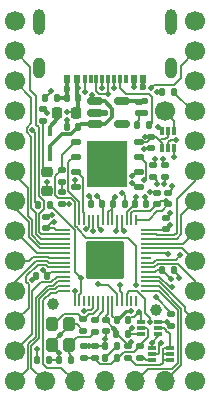
<source format=gbr>
%TF.GenerationSoftware,KiCad,Pcbnew,6.0.3-a3aad9c10e~116~ubuntu20.04.1*%
%TF.CreationDate,2022-03-24T21:59:22+11:00*%
%TF.ProjectId,sea-picro,7365612d-7069-4637-926f-2e6b69636164,0.2*%
%TF.SameCoordinates,Original*%
%TF.FileFunction,Copper,L1,Top*%
%TF.FilePolarity,Positive*%
%FSLAX46Y46*%
G04 Gerber Fmt 4.6, Leading zero omitted, Abs format (unit mm)*
G04 Created by KiCad (PCBNEW 6.0.3-a3aad9c10e~116~ubuntu20.04.1) date 2022-03-24 21:59:22*
%MOMM*%
%LPD*%
G01*
G04 APERTURE LIST*
G04 Aperture macros list*
%AMRoundRect*
0 Rectangle with rounded corners*
0 $1 Rounding radius*
0 $2 $3 $4 $5 $6 $7 $8 $9 X,Y pos of 4 corners*
0 Add a 4 corners polygon primitive as box body*
4,1,4,$2,$3,$4,$5,$6,$7,$8,$9,$2,$3,0*
0 Add four circle primitives for the rounded corners*
1,1,$1+$1,$2,$3*
1,1,$1+$1,$4,$5*
1,1,$1+$1,$6,$7*
1,1,$1+$1,$8,$9*
0 Add four rect primitives between the rounded corners*
20,1,$1+$1,$2,$3,$4,$5,0*
20,1,$1+$1,$4,$5,$6,$7,0*
20,1,$1+$1,$6,$7,$8,$9,0*
20,1,$1+$1,$8,$9,$2,$3,0*%
G04 Aperture macros list end*
%TA.AperFunction,ComponentPad*%
%ADD10C,1.700000*%
%TD*%
%TA.AperFunction,SMDPad,CuDef*%
%ADD11RoundRect,0.140000X0.170000X-0.140000X0.170000X0.140000X-0.170000X0.140000X-0.170000X-0.140000X0*%
%TD*%
%TA.AperFunction,SMDPad,CuDef*%
%ADD12RoundRect,0.135000X0.185000X-0.135000X0.185000X0.135000X-0.185000X0.135000X-0.185000X-0.135000X0*%
%TD*%
%TA.AperFunction,SMDPad,CuDef*%
%ADD13R,0.340000X0.700000*%
%TD*%
%TA.AperFunction,SMDPad,CuDef*%
%ADD14RoundRect,0.140000X-0.170000X0.140000X-0.170000X-0.140000X0.170000X-0.140000X0.170000X0.140000X0*%
%TD*%
%TA.AperFunction,SMDPad,CuDef*%
%ADD15RoundRect,0.140000X0.140000X0.170000X-0.140000X0.170000X-0.140000X-0.170000X0.140000X-0.170000X0*%
%TD*%
%TA.AperFunction,SMDPad,CuDef*%
%ADD16RoundRect,0.150000X-0.512500X-0.150000X0.512500X-0.150000X0.512500X0.150000X-0.512500X0.150000X0*%
%TD*%
%TA.AperFunction,SMDPad,CuDef*%
%ADD17RoundRect,0.135000X-0.135000X-0.185000X0.135000X-0.185000X0.135000X0.185000X-0.135000X0.185000X0*%
%TD*%
%TA.AperFunction,SMDPad,CuDef*%
%ADD18RoundRect,0.125000X-0.262500X-0.125000X0.262500X-0.125000X0.262500X0.125000X-0.262500X0.125000X0*%
%TD*%
%TA.AperFunction,SMDPad,CuDef*%
%ADD19R,3.400000X4.000000*%
%TD*%
%TA.AperFunction,SMDPad,CuDef*%
%ADD20RoundRect,0.135000X-0.185000X0.135000X-0.185000X-0.135000X0.185000X-0.135000X0.185000X0.135000X0*%
%TD*%
%TA.AperFunction,SMDPad,CuDef*%
%ADD21R,0.540000X0.800000*%
%TD*%
%TA.AperFunction,SMDPad,CuDef*%
%ADD22R,0.300000X0.800000*%
%TD*%
%TA.AperFunction,ComponentPad*%
%ADD23O,1.000000X2.200000*%
%TD*%
%TA.AperFunction,ComponentPad*%
%ADD24O,1.000000X1.800000*%
%TD*%
%TA.AperFunction,ComponentPad*%
%ADD25O,1.700000X1.700000*%
%TD*%
%TA.AperFunction,SMDPad,CuDef*%
%ADD26RoundRect,0.140000X-0.140000X-0.170000X0.140000X-0.170000X0.140000X0.170000X-0.140000X0.170000X0*%
%TD*%
%TA.AperFunction,SMDPad,CuDef*%
%ADD27RoundRect,0.218750X-0.218750X-0.256250X0.218750X-0.256250X0.218750X0.256250X-0.218750X0.256250X0*%
%TD*%
%TA.AperFunction,SMDPad,CuDef*%
%ADD28RoundRect,0.135000X0.135000X0.185000X-0.135000X0.185000X-0.135000X-0.185000X0.135000X-0.185000X0*%
%TD*%
%TA.AperFunction,SMDPad,CuDef*%
%ADD29R,0.700000X0.340000*%
%TD*%
%TA.AperFunction,SMDPad,CuDef*%
%ADD30RoundRect,0.050000X-0.387500X-0.050000X0.387500X-0.050000X0.387500X0.050000X-0.387500X0.050000X0*%
%TD*%
%TA.AperFunction,SMDPad,CuDef*%
%ADD31RoundRect,0.050000X-0.050000X-0.387500X0.050000X-0.387500X0.050000X0.387500X-0.050000X0.387500X0*%
%TD*%
%TA.AperFunction,ComponentPad*%
%ADD32C,0.600000*%
%TD*%
%TA.AperFunction,SMDPad,CuDef*%
%ADD33RoundRect,0.144000X-1.456000X-1.456000X1.456000X-1.456000X1.456000X1.456000X-1.456000X1.456000X0*%
%TD*%
%TA.AperFunction,SMDPad,CuDef*%
%ADD34RoundRect,0.250000X0.250000X-0.325000X0.250000X0.325000X-0.250000X0.325000X-0.250000X-0.325000X0*%
%TD*%
%TA.AperFunction,SMDPad,CuDef*%
%ADD35RoundRect,0.218750X0.256250X-0.218750X0.256250X0.218750X-0.256250X0.218750X-0.256250X-0.218750X0*%
%TD*%
%TA.AperFunction,SMDPad,CuDef*%
%ADD36R,0.450000X0.600000*%
%TD*%
%TA.AperFunction,ComponentPad*%
%ADD37C,1.000000*%
%TD*%
%TA.AperFunction,ViaPad*%
%ADD38C,0.500000*%
%TD*%
%TA.AperFunction,ViaPad*%
%ADD39C,0.600000*%
%TD*%
%TA.AperFunction,Conductor*%
%ADD40C,0.200000*%
%TD*%
%TA.AperFunction,Conductor*%
%ADD41C,0.300000*%
%TD*%
%TA.AperFunction,Conductor*%
%ADD42C,0.150000*%
%TD*%
%TA.AperFunction,Conductor*%
%ADD43C,0.250000*%
%TD*%
G04 APERTURE END LIST*
D10*
%TO.P,J3,1,Pin_1*%
%TO.N,+5V*%
X133800000Y-78580000D03*
%TO.P,J3,2,Pin_2*%
%TO.N,GND*%
X133800000Y-81120000D03*
%TO.P,J3,3,Pin_3*%
%TO.N,/SWITCH*%
X133800000Y-83660000D03*
%TO.P,J3,4,Pin_4*%
%TO.N,+3V3*%
X133800000Y-86200000D03*
%TO.P,J3,5,Pin_5*%
%TO.N,/A3*%
X133800000Y-88740000D03*
%TO.P,J3,6,Pin_6*%
%TO.N,/A2*%
X133800000Y-91280000D03*
%TO.P,J3,7,Pin_7*%
%TO.N,/A1*%
X133800000Y-93820000D03*
%TO.P,J3,8,Pin_8*%
%TO.N,/A0*%
X133800000Y-96360000D03*
%TO.P,J3,9,Pin_9*%
%TO.N,/22_SCK*%
X133800000Y-98900000D03*
%TO.P,J3,10,Pin_10*%
%TO.N,/20_MISO*%
X133800000Y-101440000D03*
%TO.P,J3,11,Pin_11*%
%TO.N,/23_MOSI*%
X133800000Y-103980000D03*
%TO.P,J3,12,Pin_12*%
%TO.N,/21_nCS*%
X133800000Y-106520000D03*
%TD*%
%TO.P,J2,1,Pin_1*%
%TO.N,/9*%
X118560000Y-106520000D03*
%TO.P,J2,2,Pin_2*%
%TO.N,/8*%
X118560000Y-103980000D03*
%TO.P,J2,3,Pin_3*%
%TO.N,/7*%
X118560000Y-101440000D03*
%TO.P,J2,4,Pin_4*%
%TO.N,/6*%
X118560000Y-98900000D03*
%TO.P,J2,5,Pin_5*%
%TO.N,/5*%
X118560000Y-96360000D03*
%TO.P,J2,6,Pin_6*%
%TO.N,/4*%
X118560000Y-93820000D03*
%TO.P,J2,7,Pin_7*%
%TO.N,/3_SCL1*%
X118560000Y-91280000D03*
%TO.P,J2,8,Pin_8*%
%TO.N,/2_SDA1*%
X118560000Y-88740000D03*
%TO.P,J2,9,Pin_9*%
%TO.N,GND*%
X118560000Y-86200000D03*
%TO.P,J2,10,Pin_10*%
X118560000Y-83660000D03*
%TO.P,J2,11,Pin_11*%
%TO.N,/1_RX0*%
X118560000Y-81120000D03*
%TO.P,J2,12,Pin_12*%
%TO.N,/0_TX0*%
X118560000Y-78580000D03*
%TD*%
D11*
%TO.P,C19,1*%
%TO.N,Net-(C19-Pad1)*%
X124400000Y-104500000D03*
%TO.P,C19,2*%
%TO.N,GND*%
X124400000Y-103540000D03*
%TD*%
D12*
%TO.P,R6,1*%
%TO.N,+3V3*%
X122500000Y-91510000D03*
%TO.P,R6,2*%
%TO.N,Net-(R10-Pad1)*%
X122500000Y-90490000D03*
%TD*%
D13*
%TO.P,U4,1,VCCA*%
%TO.N,+3V3*%
X131000000Y-86800000D03*
%TO.P,U4,2,GND*%
%TO.N,GND*%
X131500000Y-86800000D03*
%TO.P,U4,3,A*%
%TO.N,/LED_DO*%
X132000000Y-86800000D03*
%TO.P,U4,4,B*%
%TO.N,Net-(J7-Pad1)*%
X132000000Y-85300000D03*
%TO.P,U4,5,DIR*%
%TO.N,+3V3*%
X131500000Y-85300000D03*
%TO.P,U4,6,VCCB*%
%TO.N,+5V*%
X131000000Y-85300000D03*
%TD*%
D11*
%TO.P,C10,1*%
%TO.N,+3V3*%
X131550000Y-91490000D03*
%TO.P,C10,2*%
%TO.N,GND*%
X131550000Y-90530000D03*
%TD*%
D14*
%TO.P,C8,1*%
%TO.N,+3V3*%
X126250000Y-101320000D03*
%TO.P,C8,2*%
%TO.N,GND*%
X126250000Y-102280000D03*
%TD*%
D15*
%TO.P,C11,1*%
%TO.N,+3V3*%
X121280000Y-97600000D03*
%TO.P,C11,2*%
%TO.N,GND*%
X120320000Y-97600000D03*
%TD*%
D16*
%TO.P,U1,1,VIN*%
%TO.N,+5V*%
X125312500Y-82810000D03*
%TO.P,U1,2,GND*%
%TO.N,GND*%
X125312500Y-83760000D03*
%TO.P,U1,3,EN*%
%TO.N,+5V*%
X125312500Y-84710000D03*
%TO.P,U1,4,NC*%
%TO.N,unconnected-(U1-Pad4)*%
X127587500Y-84710000D03*
%TO.P,U1,5,VOUT*%
%TO.N,+3V3*%
X127587500Y-82810000D03*
%TD*%
D17*
%TO.P,R16,1*%
%TO.N,VBUS*%
X120490000Y-91600000D03*
%TO.P,R16,2*%
%TO.N,/VBUS_DETECT*%
X121510000Y-91600000D03*
%TD*%
D12*
%TO.P,R10,1*%
%TO.N,Net-(R10-Pad1)*%
X122500000Y-89610000D03*
%TO.P,R10,2*%
%TO.N,/FLASH_nCS*%
X122500000Y-88590000D03*
%TD*%
D18*
%TO.P,U2,1,~{CS}*%
%TO.N,/FLASH_nCS*%
X123687500Y-86245000D03*
%TO.P,U2,2,DO(IO1)*%
%TO.N,/FLASH_SD1*%
X123687500Y-87515000D03*
%TO.P,U2,3,IO2*%
%TO.N,/FLASH_SD2*%
X123687500Y-88785000D03*
%TO.P,U2,4,GND*%
%TO.N,GND*%
X123687500Y-90055000D03*
%TO.P,U2,5,DI(IO0)*%
%TO.N,/FLASH_SD0*%
X129012500Y-90055000D03*
%TO.P,U2,6,CLK*%
%TO.N,/FLASH_SCK*%
X129012500Y-88785000D03*
%TO.P,U2,7,IO3*%
%TO.N,/FLASH_SD3*%
X129012500Y-87515000D03*
%TO.P,U2,8,VCC*%
%TO.N,+3V3*%
X129012500Y-86245000D03*
D19*
%TO.P,U2,9,GND*%
%TO.N,GND*%
X126350000Y-88150000D03*
%TD*%
D12*
%TO.P,R9,1*%
%TO.N,Net-(C7-Pad2)*%
X125300000Y-102310000D03*
%TO.P,R9,2*%
%TO.N,Net-(R9-Pad2)*%
X125300000Y-101290000D03*
%TD*%
D20*
%TO.P,R7,1*%
%TO.N,/USB+*%
X130250000Y-88202973D03*
%TO.P,R7,2*%
%TO.N,/D+*%
X130250000Y-89222973D03*
%TD*%
D14*
%TO.P,C2,1*%
%TO.N,+3V3*%
X129050000Y-82830000D03*
%TO.P,C2,2*%
%TO.N,GND*%
X129050000Y-83790000D03*
%TD*%
D21*
%TO.P,J1,A1,GND*%
%TO.N,GND*%
X123000000Y-80900000D03*
X129400000Y-80900000D03*
%TO.P,J1,A4,VBUS*%
%TO.N,VBUS*%
X128600000Y-80900000D03*
X123800000Y-80900000D03*
D22*
%TO.P,J1,A5,CC1*%
%TO.N,Net-(J1-PadA5)*%
X127450000Y-80900000D03*
%TO.P,J1,A6,D+*%
%TO.N,/USB+*%
X126450000Y-80900000D03*
%TO.P,J1,A7,D-*%
%TO.N,/USB-*%
X125950000Y-80900000D03*
%TO.P,J1,A8*%
%TO.N,N/C*%
X124950000Y-80900000D03*
%TO.P,J1,B5,CC2*%
%TO.N,Net-(J1-PadB5)*%
X124450000Y-80900000D03*
%TO.P,J1,B6,D+*%
%TO.N,/USB+*%
X125450000Y-80900000D03*
%TO.P,J1,B7,D-*%
%TO.N,/USB-*%
X126950000Y-80900000D03*
%TO.P,J1,B8*%
%TO.N,N/C*%
X127958000Y-80900000D03*
D23*
%TO.P,J1,S1,SHIELD*%
%TO.N,GND*%
X120624700Y-76100000D03*
%TO.P,J1,S2,SHIELD*%
X131775300Y-76100000D03*
D24*
%TO.P,J1,S3,SHIELD*%
X120624700Y-80000000D03*
%TO.P,J1,S4,SHIELD*%
X131775300Y-80000000D03*
%TD*%
D10*
%TO.P,J6,1,Pin_1*%
%TO.N,/10*%
X121100000Y-106520000D03*
D25*
%TO.P,J6,2,Pin_2*%
%TO.N,/11*%
X123640000Y-106520000D03*
%TO.P,J6,3,Pin_3*%
%TO.N,/15*%
X126180000Y-106520000D03*
%TO.P,J6,4,Pin_4*%
%TO.N,/18*%
X128720000Y-106520000D03*
%TO.P,J6,5,Pin_5*%
%TO.N,/19*%
X131260000Y-106520000D03*
%TD*%
D17*
%TO.P,R4,1*%
%TO.N,+3V3*%
X131040000Y-82050000D03*
%TO.P,R4,2*%
%TO.N,/SWITCH*%
X132060000Y-82050000D03*
%TD*%
D11*
%TO.P,C15,1*%
%TO.N,+3V3*%
X121200000Y-93530000D03*
%TO.P,C15,2*%
%TO.N,GND*%
X121200000Y-92570000D03*
%TD*%
D26*
%TO.P,C7,1*%
%TO.N,GND*%
X122320000Y-104750000D03*
%TO.P,C7,2*%
%TO.N,Net-(C7-Pad2)*%
X123280000Y-104750000D03*
%TD*%
D20*
%TO.P,R15,1*%
%TO.N,/FLASH_nCS*%
X131800000Y-100790000D03*
%TO.P,R15,2*%
%TO.N,/BOOT*%
X131800000Y-101810000D03*
%TD*%
D15*
%TO.P,C12,1*%
%TO.N,GND*%
X127830000Y-91460000D03*
%TO.P,C12,2*%
%TO.N,+3V3*%
X126870000Y-91460000D03*
%TD*%
D11*
%TO.P,C5,1*%
%TO.N,Net-(C19-Pad1)*%
X125300000Y-104500000D03*
%TO.P,C5,2*%
%TO.N,GND*%
X125300000Y-103540000D03*
%TD*%
D15*
%TO.P,C1,1*%
%TO.N,+5V*%
X123930000Y-84960000D03*
%TO.P,C1,2*%
%TO.N,GND*%
X122970000Y-84960000D03*
%TD*%
D10*
%TO.P,J4,1,Pin_1*%
%TO.N,/USB+*%
X118560000Y-76040000D03*
%TD*%
D17*
%TO.P,R12,1*%
%TO.N,+3V3*%
X127140000Y-102500000D03*
%TO.P,R12,2*%
%TO.N,/nRST*%
X128160000Y-102500000D03*
%TD*%
D20*
%TO.P,R5,1*%
%TO.N,+3V3*%
X128150000Y-103540000D03*
%TO.P,R5,2*%
%TO.N,Net-(Q1-Pad4)*%
X128150000Y-104560000D03*
%TD*%
D10*
%TO.P,J7,1,Pin_1*%
%TO.N,Net-(J7-Pad1)*%
X131260000Y-83660000D03*
%TD*%
D17*
%TO.P,R17,1*%
%TO.N,/VBUS_DETECT*%
X120440000Y-104750000D03*
%TO.P,R17,2*%
%TO.N,GND*%
X121460000Y-104750000D03*
%TD*%
%TO.P,R1,1*%
%TO.N,GND*%
X128890000Y-84850000D03*
%TO.P,R1,2*%
%TO.N,Net-(J1-PadA5)*%
X129910000Y-84850000D03*
%TD*%
D27*
%TO.P,F1,1*%
%TO.N,Net-(D1-Pad2)*%
X122112500Y-83760000D03*
%TO.P,F1,2*%
%TO.N,VBUS*%
X123687500Y-83760000D03*
%TD*%
D28*
%TO.P,R11,1*%
%TO.N,Net-(R11-Pad1)*%
X127210000Y-103500000D03*
%TO.P,R11,2*%
%TO.N,GND*%
X126190000Y-103500000D03*
%TD*%
D29*
%TO.P,Q1,1,S*%
%TO.N,GND*%
X130150000Y-103700000D03*
%TO.P,Q1,2,G*%
%TO.N,/SWITCH*%
X130150000Y-104200000D03*
%TO.P,Q1,3,D*%
%TO.N,Net-(Q1-Pad3)*%
X130150000Y-104700000D03*
%TO.P,Q1,4,S*%
%TO.N,Net-(Q1-Pad4)*%
X131650000Y-104700000D03*
%TO.P,Q1,5,G*%
X131650000Y-104200000D03*
%TO.P,Q1,6,D*%
X131650000Y-103700000D03*
%TD*%
D28*
%TO.P,R14,1*%
%TO.N,Net-(C19-Pad1)*%
X127210000Y-104500000D03*
%TO.P,R14,2*%
%TO.N,Net-(R11-Pad1)*%
X126190000Y-104500000D03*
%TD*%
D11*
%TO.P,C6,1*%
%TO.N,GND*%
X124350000Y-102230000D03*
%TO.P,C6,2*%
%TO.N,Net-(C6-Pad2)*%
X124350000Y-101270000D03*
%TD*%
D30*
%TO.P,U3,1,IOVDD*%
%TO.N,+3V3*%
X122762500Y-93660000D03*
%TO.P,U3,2,GPIO0*%
%TO.N,/0_TX0*%
X122762500Y-94060000D03*
%TO.P,U3,3,GPIO1*%
%TO.N,/1_RX0*%
X122762500Y-94460000D03*
%TO.P,U3,4,GPIO2*%
%TO.N,/2_SDA1*%
X122762500Y-94860000D03*
%TO.P,U3,5,GPIO3*%
%TO.N,/3_SCL1*%
X122762500Y-95260000D03*
%TO.P,U3,6,GPIO4*%
%TO.N,/4*%
X122762500Y-95660000D03*
%TO.P,U3,7,GPIO5*%
%TO.N,/5*%
X122762500Y-96060000D03*
%TO.P,U3,8,GPIO6*%
%TO.N,/6*%
X122762500Y-96460000D03*
%TO.P,U3,9,GPIO7*%
%TO.N,/7*%
X122762500Y-96860000D03*
%TO.P,U3,10,IOVDD*%
%TO.N,+3V3*%
X122762500Y-97260000D03*
%TO.P,U3,11,GPIO8*%
%TO.N,/8*%
X122762500Y-97660000D03*
%TO.P,U3,12,GPIO9*%
%TO.N,/9*%
X122762500Y-98060000D03*
%TO.P,U3,13,GPIO10*%
%TO.N,/10*%
X122762500Y-98460000D03*
%TO.P,U3,14,GPIO11*%
%TO.N,/11*%
X122762500Y-98860000D03*
D31*
%TO.P,U3,15,GPIO12*%
%TO.N,/15*%
X123600000Y-99697500D03*
%TO.P,U3,16,GPIO13*%
%TO.N,/VBUS_DETECT*%
X124000000Y-99697500D03*
%TO.P,U3,17,GPIO14*%
%TO.N,unconnected-(U3-Pad17)*%
X124400000Y-99697500D03*
%TO.P,U3,18,GPIO15*%
%TO.N,unconnected-(U3-Pad18)*%
X124800000Y-99697500D03*
%TO.P,U3,19,TESTEN*%
%TO.N,GND*%
X125200000Y-99697500D03*
%TO.P,U3,20,XTAL_IN*%
%TO.N,Net-(C6-Pad2)*%
X125600000Y-99697500D03*
%TO.P,U3,21,XTAL_OUT*%
%TO.N,Net-(R9-Pad2)*%
X126000000Y-99697500D03*
%TO.P,U3,22,IOVDD*%
%TO.N,+3V3*%
X126400000Y-99697500D03*
%TO.P,U3,23,DVDD*%
%TO.N,+1V1*%
X126800000Y-99697500D03*
%TO.P,U3,24,SWCLK*%
%TO.N,/SWDCLK*%
X127200000Y-99697500D03*
%TO.P,U3,25,SWDIO*%
%TO.N,/SWDIO*%
X127600000Y-99697500D03*
%TO.P,U3,26,~{RUN}*%
%TO.N,/nRST*%
X128000000Y-99697500D03*
%TO.P,U3,27,GPIO16*%
%TO.N,unconnected-(U3-Pad27)*%
X128400000Y-99697500D03*
%TO.P,U3,28,GPIO17*%
%TO.N,unconnected-(U3-Pad28)*%
X128800000Y-99697500D03*
D30*
%TO.P,U3,29,GPIO18*%
%TO.N,/18*%
X129637500Y-98860000D03*
%TO.P,U3,30,GPIO19*%
%TO.N,/19*%
X129637500Y-98460000D03*
%TO.P,U3,31,GPIO20*%
%TO.N,/20_MISO*%
X129637500Y-98060000D03*
%TO.P,U3,32,GPIO21*%
%TO.N,/21_nCS*%
X129637500Y-97660000D03*
%TO.P,U3,33,IOVDD*%
%TO.N,+3V3*%
X129637500Y-97260000D03*
%TO.P,U3,34,GPIO22*%
%TO.N,/22_SCK*%
X129637500Y-96860000D03*
%TO.P,U3,35,GPIO23*%
%TO.N,/23_MOSI*%
X129637500Y-96460000D03*
%TO.P,U3,36,GPIO24*%
%TO.N,unconnected-(U3-Pad36)*%
X129637500Y-96060000D03*
%TO.P,U3,37,GPIO25*%
%TO.N,/LED_DO*%
X129637500Y-95660000D03*
%TO.P,U3,38,GPIO26/ADC0*%
%TO.N,/A0*%
X129637500Y-95260000D03*
%TO.P,U3,39,GPIO27/ADC1*%
%TO.N,/A1*%
X129637500Y-94860000D03*
%TO.P,U3,40,GPIO28/ADC2*%
%TO.N,/A2*%
X129637500Y-94460000D03*
%TO.P,U3,41,GPIO29/ADC3*%
%TO.N,/A3*%
X129637500Y-94060000D03*
%TO.P,U3,42,IOVDD*%
%TO.N,+3V3*%
X129637500Y-93660000D03*
D31*
%TO.P,U3,43,ADC_AVDD*%
X128800000Y-92822500D03*
%TO.P,U3,44,VREG_VIN*%
X128400000Y-92822500D03*
%TO.P,U3,45,VREG_VOUT*%
%TO.N,+1V1*%
X128000000Y-92822500D03*
%TO.P,U3,46,D-*%
%TO.N,/D-*%
X127600000Y-92822500D03*
%TO.P,U3,47,D+*%
%TO.N,/D+*%
X127200000Y-92822500D03*
%TO.P,U3,48,USB_VDD*%
%TO.N,+3V3*%
X126800000Y-92822500D03*
%TO.P,U3,49,IOVDD*%
X126400000Y-92822500D03*
%TO.P,U3,50,DVDD*%
%TO.N,+1V1*%
X126000000Y-92822500D03*
%TO.P,U3,51,QSPI_SD3*%
%TO.N,/FLASH_SD3*%
X125600000Y-92822500D03*
%TO.P,U3,52,QSPI_SCLK*%
%TO.N,/FLASH_SCK*%
X125200000Y-92822500D03*
%TO.P,U3,53,QSPI_SD0*%
%TO.N,/FLASH_SD0*%
X124800000Y-92822500D03*
%TO.P,U3,54,QSPI_SD2*%
%TO.N,/FLASH_SD2*%
X124400000Y-92822500D03*
%TO.P,U3,55,QSPI_SD1*%
%TO.N,/FLASH_SD1*%
X124000000Y-92822500D03*
%TO.P,U3,56,QSPI_SS_N*%
%TO.N,/FLASH_nCS*%
X123600000Y-92822500D03*
D32*
%TO.P,U3,57,GND*%
%TO.N,GND*%
X127475000Y-97535000D03*
X126200000Y-97535000D03*
X126200000Y-96260000D03*
X124925000Y-94985000D03*
X124925000Y-97535000D03*
X127475000Y-94985000D03*
X127475000Y-96260000D03*
X126200000Y-94985000D03*
X124925000Y-96260000D03*
D33*
X126200000Y-96260000D03*
%TD*%
D12*
%TO.P,R13,1*%
%TO.N,Net-(Q1-Pad3)*%
X129100000Y-104560000D03*
%TO.P,R13,2*%
%TO.N,Net-(C19-Pad1)*%
X129100000Y-103540000D03*
%TD*%
D20*
%TO.P,R3,1*%
%TO.N,+3V3*%
X120900000Y-83440000D03*
%TO.P,R3,2*%
%TO.N,Net-(D2-Pad2)*%
X120900000Y-84460000D03*
%TD*%
D10*
%TO.P,J5,1,Pin_1*%
%TO.N,/USB-*%
X133800000Y-76040000D03*
%TD*%
D14*
%TO.P,C4,1*%
%TO.N,+3V3*%
X130100000Y-85820000D03*
%TO.P,C4,2*%
%TO.N,GND*%
X130100000Y-86780000D03*
%TD*%
D26*
%TO.P,C9,1*%
%TO.N,+1V1*%
X128720000Y-91460000D03*
%TO.P,C9,2*%
%TO.N,GND*%
X129680000Y-91460000D03*
%TD*%
%TO.P,C17,1*%
%TO.N,+1V1*%
X127170000Y-101350000D03*
%TO.P,C17,2*%
%TO.N,GND*%
X128130000Y-101350000D03*
%TD*%
%TO.P,C14,1*%
%TO.N,+3V3*%
X131020000Y-97100000D03*
%TO.P,C14,2*%
%TO.N,GND*%
X131980000Y-97100000D03*
%TD*%
D34*
%TO.P,Y1,1,1*%
%TO.N,Net-(C7-Pad2)*%
X123100000Y-103425000D03*
%TO.P,Y1,2,2*%
%TO.N,GND*%
X123100000Y-101675000D03*
%TO.P,Y1,3,3*%
%TO.N,Net-(C6-Pad2)*%
X121700000Y-101675000D03*
%TO.P,Y1,4,4*%
%TO.N,GND*%
X121700000Y-103425000D03*
%TD*%
D35*
%TO.P,D2,1,K*%
%TO.N,GND*%
X121250000Y-90387500D03*
%TO.P,D2,2,A*%
%TO.N,Net-(D2-Pad2)*%
X121250000Y-88812500D03*
%TD*%
D28*
%TO.P,R2,1*%
%TO.N,GND*%
X122110000Y-82560000D03*
%TO.P,R2,2*%
%TO.N,Net-(J1-PadB5)*%
X121090000Y-82560000D03*
%TD*%
D15*
%TO.P,C18,1*%
%TO.N,+1V1*%
X125930000Y-91460000D03*
%TO.P,C18,2*%
%TO.N,GND*%
X124970000Y-91460000D03*
%TD*%
D36*
%TO.P,D1,1,K*%
%TO.N,+5V*%
X121500000Y-87600000D03*
%TO.P,D1,2,A*%
%TO.N,Net-(D1-Pad2)*%
X121500000Y-85500000D03*
%TD*%
D29*
%TO.P,Q2,1,S*%
%TO.N,GND*%
X130700000Y-102500000D03*
%TO.P,Q2,2,G*%
%TO.N,Net-(Q1-Pad4)*%
X130700000Y-102000000D03*
%TO.P,Q2,3,D*%
%TO.N,/BOOT*%
X130700000Y-101500000D03*
%TO.P,Q2,4,S*%
%TO.N,GND*%
X129200000Y-101500000D03*
%TO.P,Q2,5,G*%
%TO.N,Net-(C19-Pad1)*%
X129200000Y-102000000D03*
%TO.P,Q2,6,D*%
%TO.N,/nRST*%
X129200000Y-102500000D03*
%TD*%
D11*
%TO.P,C13,1*%
%TO.N,+3V3*%
X130600000Y-91490000D03*
%TO.P,C13,2*%
%TO.N,GND*%
X130600000Y-90530000D03*
%TD*%
D15*
%TO.P,C3,1*%
%TO.N,VBUS*%
X123930000Y-82560000D03*
%TO.P,C3,2*%
%TO.N,GND*%
X122970000Y-82560000D03*
%TD*%
D11*
%TO.P,C16,1*%
%TO.N,+3V3*%
X131300000Y-93610000D03*
%TO.P,C16,2*%
%TO.N,GND*%
X131300000Y-92650000D03*
%TD*%
D20*
%TO.P,R8,1*%
%TO.N,/USB-*%
X131250000Y-88202973D03*
%TO.P,R8,2*%
%TO.N,/D-*%
X131250000Y-89222973D03*
%TD*%
D37*
%TO.P,TP2,1,1*%
%TO.N,/SWDIO*%
X130500000Y-100500000D03*
%TD*%
%TO.P,TP1,1,1*%
%TO.N,/SWDCLK*%
X121800000Y-100000000D03*
%TD*%
D38*
%TO.N,GND*%
X124860000Y-103540000D03*
X122950000Y-84360000D03*
X130150000Y-103250000D03*
X132150000Y-86050000D03*
X129561757Y-90871758D03*
X132450000Y-97800000D03*
X126300000Y-88160000D03*
X121300000Y-89649500D03*
X122250000Y-104150000D03*
D39*
X126151561Y-83771516D03*
D38*
X127650000Y-90560000D03*
X122400000Y-102550000D03*
X124379227Y-100569727D03*
D39*
X129550500Y-83788536D03*
X129376048Y-81585324D03*
D38*
X130000000Y-90510000D03*
X129518170Y-86834725D03*
X121689477Y-92410523D03*
X131850000Y-89950000D03*
X126200000Y-102900000D03*
X131651967Y-92300471D03*
X123596977Y-89463023D03*
X124850497Y-90860000D03*
X129018854Y-100657920D03*
X120000000Y-97900000D03*
D39*
X123000000Y-81750000D03*
D38*
%TO.N,Net-(J1-PadB5)*%
X124450000Y-82000000D03*
X121600000Y-81966970D03*
%TO.N,+5V*%
X130087576Y-81650907D03*
X125049152Y-82250814D03*
X130650000Y-84950000D03*
%TO.N,VBUS*%
X122949500Y-83700000D03*
X123850000Y-81650000D03*
X120025500Y-85250000D03*
X128600000Y-81600000D03*
%TO.N,+3V3*%
X129550000Y-85800000D03*
X131746095Y-97882140D03*
X131300000Y-91210000D03*
X121275500Y-83825600D03*
X131650000Y-93310000D03*
X120950000Y-97100000D03*
X126952589Y-102053918D03*
X127058296Y-90890605D03*
X123100000Y-91500000D03*
X121852713Y-93039178D03*
X128419400Y-103204822D03*
X130600000Y-82050000D03*
D39*
X129600000Y-82800000D03*
D38*
%TO.N,/nRST*%
X128450499Y-102028410D03*
X129950498Y-101500000D03*
%TO.N,+1V1*%
X125500000Y-90860000D03*
X128374500Y-100576302D03*
X128777219Y-90880515D03*
%TO.N,/LED_DO*%
X131502914Y-95725990D03*
X132050000Y-87550000D03*
%TO.N,/23_MOSI*%
X132550000Y-95850000D03*
%TO.N,/21_nCS*%
X131884839Y-98516650D03*
%TO.N,/FLASH_nCS*%
X128800683Y-98397162D03*
X130500000Y-99400000D03*
%TO.N,/USB+*%
X126450000Y-82198511D03*
X130425991Y-87714041D03*
%TO.N,/USB-*%
X131100000Y-87700000D03*
X125932887Y-81699011D03*
X126948501Y-81699011D03*
%TO.N,/SWDCLK*%
X125550000Y-98300000D03*
%TO.N,/SWDIO*%
X127450000Y-98350000D03*
%TO.N,/FLASH_SD0*%
X124565523Y-93644477D03*
X128462751Y-89747251D03*
%TO.N,/FLASH_SCK*%
X128475753Y-89097879D03*
X125200000Y-93810000D03*
%TO.N,/FLASH_SD3*%
X125850000Y-93660000D03*
X129500000Y-89432769D03*
%TO.N,/D+*%
X127074500Y-93775500D03*
X130549001Y-89810223D03*
%TO.N,/D-*%
X131198446Y-89801554D03*
X127750000Y-93775500D03*
%TO.N,/SWITCH*%
X130898515Y-103297625D03*
%TO.N,/15*%
X123600000Y-98900000D03*
%TO.N,/BOOT*%
X131450000Y-101500000D03*
%TO.N,/VBUS_DETECT*%
X124150000Y-97800000D03*
X120450000Y-103750000D03*
%TD*%
D40*
%TO.N,GND*%
X121300000Y-90387500D02*
X121300000Y-89649500D01*
X128890000Y-84850000D02*
X128890000Y-84560000D01*
X131649529Y-92300471D02*
X131651967Y-92300471D01*
X124970000Y-90979503D02*
X124850497Y-90860000D01*
X126190000Y-103500000D02*
X125340000Y-103500000D01*
D41*
X125312500Y-83760000D02*
X126140045Y-83760000D01*
D40*
X123100000Y-101850000D02*
X122400000Y-102550000D01*
X127830000Y-91460000D02*
X127830000Y-90740000D01*
X131300000Y-92650000D02*
X131649529Y-92300471D01*
X124350000Y-102230000D02*
X123795000Y-101675000D01*
D41*
X129549036Y-83790000D02*
X129550500Y-83788536D01*
D40*
X122320000Y-104750000D02*
X122250000Y-104680000D01*
X131980000Y-97100000D02*
X132450000Y-97570000D01*
X125200000Y-100300000D02*
X125029030Y-100470970D01*
X128130000Y-101350000D02*
X128404197Y-101075803D01*
D41*
X122970000Y-84960000D02*
X122970000Y-84380000D01*
D40*
X131500000Y-86800000D02*
X131500000Y-86280978D01*
X121700000Y-103600000D02*
X122250000Y-104150000D01*
X129200000Y-101500000D02*
X129200000Y-100839066D01*
X124591345Y-100569727D02*
X124690102Y-100470970D01*
X128404197Y-101075803D02*
X128600971Y-101075803D01*
D42*
X121460000Y-104750000D02*
X122320000Y-104750000D01*
D40*
X123600000Y-89466046D02*
X123596977Y-89463023D01*
X124379227Y-100569727D02*
X124591345Y-100569727D01*
X125200000Y-99697500D02*
X125200000Y-100300000D01*
X130570000Y-90530000D02*
X130550000Y-90510000D01*
X122400000Y-102600000D02*
X121700000Y-103300000D01*
D41*
X129400000Y-81561372D02*
X129376048Y-81585324D01*
D40*
X132450000Y-97570000D02*
X132450000Y-97800000D01*
X121359477Y-92410523D02*
X121689477Y-92410523D01*
D41*
X129400000Y-80900000D02*
X129400000Y-81561372D01*
D40*
X121700000Y-103425000D02*
X121700000Y-103600000D01*
X130700000Y-102500000D02*
X130700000Y-102700000D01*
X126250000Y-102280000D02*
X126250000Y-102850000D01*
X123795000Y-101675000D02*
X123100000Y-101675000D01*
D41*
X129050000Y-83790000D02*
X129549036Y-83790000D01*
X123000000Y-80900000D02*
X123000000Y-81750000D01*
D40*
X131730978Y-86050000D02*
X132150000Y-86050000D01*
X127830000Y-90740000D02*
X127650000Y-90560000D01*
X130550000Y-90510000D02*
X130000000Y-90510000D01*
X130150000Y-86780000D02*
X129572895Y-86780000D01*
X131550000Y-90530000D02*
X131850000Y-90230000D01*
D41*
X122970000Y-82560000D02*
X122110000Y-82560000D01*
D40*
X125029030Y-100470970D02*
X124690102Y-100470970D01*
X121700000Y-103300000D02*
X121700000Y-103425000D01*
X120300000Y-97600000D02*
X120000000Y-97900000D01*
X128890000Y-84560000D02*
X129050000Y-84400000D01*
X129200000Y-100839066D02*
X129018854Y-100657920D01*
X131850000Y-90230000D02*
X131850000Y-89950000D01*
X121200000Y-92570000D02*
X121359477Y-92410523D01*
X125340000Y-103500000D02*
X125300000Y-103540000D01*
X130700000Y-102700000D02*
X130150000Y-103250000D01*
X130150000Y-103700000D02*
X130150000Y-103250000D01*
X129050000Y-84400000D02*
X129050000Y-83790000D01*
X124400000Y-103540000D02*
X125300000Y-103540000D01*
X123600000Y-90065000D02*
X123600000Y-89466046D01*
X129572895Y-86780000D02*
X129518170Y-86834725D01*
X124970000Y-91460000D02*
X124970000Y-90979503D01*
D41*
X126140045Y-83760000D02*
X126151561Y-83771516D01*
X122970000Y-84380000D02*
X122950000Y-84360000D01*
D40*
X128600971Y-101075803D02*
X129018854Y-100657920D01*
D41*
X123000000Y-81750000D02*
X123000000Y-82530000D01*
D40*
X123100000Y-101675000D02*
X123100000Y-101850000D01*
D41*
X123000000Y-82530000D02*
X122970000Y-82560000D01*
D40*
X129680000Y-90990001D02*
X129561757Y-90871758D01*
X120320000Y-97600000D02*
X120300000Y-97600000D01*
X131500000Y-86280978D02*
X131730978Y-86050000D01*
X122400000Y-102550000D02*
X122400000Y-102600000D01*
X129680000Y-91460000D02*
X129680000Y-90990001D01*
X122250000Y-104680000D02*
X122250000Y-104150000D01*
D42*
%TO.N,Net-(J1-PadA5)*%
X130150000Y-84610000D02*
X130150000Y-82458242D01*
X127950000Y-82200000D02*
X127450000Y-81700000D01*
X129910000Y-84850000D02*
X130150000Y-84610000D01*
X129891758Y-82200000D02*
X127950000Y-82200000D01*
X127450000Y-81700000D02*
X127450000Y-80900000D01*
X130150000Y-82458242D02*
X129891758Y-82200000D01*
%TO.N,Net-(J1-PadB5)*%
X121090000Y-82560000D02*
X121600000Y-82050000D01*
X121600000Y-82050000D02*
X121600000Y-81966970D01*
X124450000Y-80900000D02*
X124450000Y-82000000D01*
D40*
%TO.N,+5V*%
X132600000Y-80800000D02*
X132000000Y-81400000D01*
D41*
X124180000Y-84710000D02*
X125312500Y-84710000D01*
D40*
X132600000Y-79780000D02*
X132600000Y-80800000D01*
X125049152Y-82250814D02*
X125049152Y-82546652D01*
D41*
X126150000Y-82810000D02*
X125312500Y-82810000D01*
X122500000Y-85600000D02*
X121500000Y-86600000D01*
D40*
X130338483Y-81400000D02*
X130087576Y-81650907D01*
X133800000Y-78580000D02*
X132600000Y-79780000D01*
X132000000Y-81400000D02*
X130338483Y-81400000D01*
D41*
X126200000Y-84710000D02*
X126800000Y-84110000D01*
X123930000Y-84960000D02*
X123290000Y-85600000D01*
D40*
X131000000Y-85300000D02*
X130650000Y-84950000D01*
D41*
X126800000Y-84110000D02*
X126800000Y-83460000D01*
X123930000Y-84960000D02*
X124180000Y-84710000D01*
X121500000Y-86600000D02*
X121500000Y-87600000D01*
X126800000Y-83460000D02*
X126150000Y-82810000D01*
D40*
X125049152Y-82546652D02*
X125312500Y-82810000D01*
D41*
X123290000Y-85600000D02*
X122500000Y-85600000D01*
X125312500Y-84710000D02*
X126200000Y-84710000D01*
D42*
%TO.N,VBUS*%
X120233532Y-91343532D02*
X120233532Y-85458032D01*
D41*
X123930000Y-83517500D02*
X123687500Y-83760000D01*
X123800000Y-80900000D02*
X123800000Y-82430000D01*
X123930000Y-82560000D02*
X123930000Y-83517500D01*
X123800000Y-82430000D02*
X123930000Y-82560000D01*
D40*
X122949500Y-83700000D02*
X123627500Y-83700000D01*
D41*
X128600000Y-80900000D02*
X128600000Y-81600000D01*
D40*
X123627500Y-83700000D02*
X123687500Y-83760000D01*
D42*
X120233532Y-85458032D02*
X120025500Y-85250000D01*
X120490000Y-91600000D02*
X120233532Y-91343532D01*
%TO.N,Net-(D2-Pad2)*%
X120900000Y-88412500D02*
X120900000Y-84460000D01*
X121300000Y-88812500D02*
X120900000Y-88412500D01*
D40*
%TO.N,+3V3*%
X128150000Y-103540000D02*
X128150000Y-103474222D01*
X130150000Y-85820000D02*
X129725000Y-86245000D01*
D41*
X129030000Y-82810000D02*
X129050000Y-82830000D01*
D40*
X130880000Y-91210000D02*
X131300000Y-91210000D01*
X130570000Y-97100000D02*
X130410000Y-97260000D01*
X131500000Y-85300000D02*
X131500000Y-85786694D01*
X126800000Y-92822500D02*
X126800000Y-92010000D01*
X121280000Y-97430000D02*
X120950000Y-97100000D01*
X122762500Y-97260000D02*
X121620000Y-97260000D01*
X130520000Y-85820000D02*
X130100000Y-85820000D01*
X128564284Y-92110000D02*
X129980000Y-92110000D01*
X120900000Y-83450100D02*
X121275500Y-83825600D01*
X131500000Y-85786694D02*
X131286695Y-86000000D01*
X129887500Y-92822500D02*
X130610000Y-92100000D01*
X126800000Y-92010000D02*
X126800000Y-91530000D01*
X126250000Y-101351329D02*
X126952589Y-102053918D01*
X130950000Y-86000000D02*
X130825000Y-86125000D01*
X128100000Y-103540000D02*
X128100000Y-103450000D01*
X126250000Y-100950000D02*
X126400000Y-100800000D01*
X126870000Y-91460000D02*
X126870000Y-91078901D01*
X121880000Y-93530000D02*
X122010000Y-93660000D01*
X131000000Y-86800000D02*
X131000000Y-86300000D01*
X127150000Y-102500000D02*
X127140000Y-102500000D01*
X126250000Y-101320000D02*
X126250000Y-100950000D01*
X130610000Y-92100000D02*
X130960000Y-92100000D01*
X129637500Y-93660000D02*
X131250000Y-93660000D01*
X126800000Y-91530000D02*
X126870000Y-91460000D01*
X131300000Y-91240000D02*
X131300000Y-91210000D01*
X126870000Y-91078901D02*
X127058296Y-90890605D01*
X130960000Y-92100000D02*
X131550000Y-91510000D01*
X126400000Y-92822500D02*
X126400000Y-92210000D01*
X126400000Y-100800000D02*
X126400000Y-99697500D01*
D41*
X129570000Y-82830000D02*
X129600000Y-82800000D01*
D40*
X131550000Y-91490000D02*
X131300000Y-91240000D01*
X128100000Y-103450000D02*
X127150000Y-102500000D01*
X122010000Y-93660000D02*
X122762500Y-93660000D01*
D41*
X127587500Y-82810000D02*
X129030000Y-82810000D01*
D40*
X126400000Y-92210000D02*
X126600000Y-92010000D01*
X131746095Y-97826095D02*
X131020000Y-97100000D01*
X123090000Y-91510000D02*
X123100000Y-91500000D01*
X126250000Y-101320000D02*
X126250000Y-101351329D01*
X122400000Y-91510000D02*
X123090000Y-91510000D01*
X129570000Y-85820000D02*
X129550000Y-85800000D01*
X131300000Y-93610000D02*
X131350000Y-93610000D01*
X131000000Y-86300000D02*
X130825000Y-86125000D01*
X126952589Y-102312589D02*
X127140000Y-102500000D01*
X130600000Y-91490000D02*
X130880000Y-91210000D01*
X129637500Y-97260000D02*
X130410000Y-97260000D01*
X130150000Y-85820000D02*
X129570000Y-85820000D01*
X121200000Y-93530000D02*
X121880000Y-93530000D01*
X126600000Y-92010000D02*
X126800000Y-92010000D01*
X128400000Y-92822500D02*
X128400000Y-92274284D01*
X121200000Y-93530000D02*
X121690822Y-93039178D01*
X121690822Y-93039178D02*
X121852713Y-93039178D01*
X129980000Y-92110000D02*
X130600000Y-91490000D01*
X126952589Y-102053918D02*
X126952589Y-102312589D01*
X131286695Y-86000000D02*
X130950000Y-86000000D01*
X130825000Y-86125000D02*
X130520000Y-85820000D01*
X131020000Y-97100000D02*
X130570000Y-97100000D01*
X128150000Y-103474222D02*
X128419400Y-103204822D01*
X121280000Y-97600000D02*
X121280000Y-97430000D01*
X128800000Y-92822500D02*
X129887500Y-92822500D01*
X131746095Y-97882140D02*
X131746095Y-97826095D01*
X129725000Y-86245000D02*
X128962500Y-86245000D01*
X131350000Y-93610000D02*
X131650000Y-93310000D01*
X131250000Y-93660000D02*
X131300000Y-93610000D01*
D41*
X129050000Y-82830000D02*
X129570000Y-82830000D01*
D40*
X131550000Y-91510000D02*
X131550000Y-91490000D01*
X131040000Y-82050000D02*
X130600000Y-82050000D01*
X128400000Y-92274284D02*
X128564284Y-92110000D01*
X121620000Y-97260000D02*
X121280000Y-97600000D01*
D42*
%TO.N,/nRST*%
X128000000Y-99697500D02*
X128000000Y-99100000D01*
X128851771Y-98900000D02*
X129524511Y-99572740D01*
X129524511Y-99572740D02*
X129524511Y-100724511D01*
X129950498Y-101150498D02*
X129950498Y-101500000D01*
X128160000Y-102318909D02*
X128450499Y-102028410D01*
X129524511Y-100724511D02*
X129950498Y-101150498D01*
X128200000Y-98900000D02*
X128851771Y-98900000D01*
X129200000Y-102500000D02*
X128160000Y-102500000D01*
X128000000Y-99100000D02*
X128200000Y-98900000D01*
X128160000Y-102500000D02*
X128160000Y-102318909D01*
%TO.N,Net-(C6-Pad2)*%
X121700000Y-101675000D02*
X121853928Y-101675000D01*
X124824520Y-100795480D02*
X125163448Y-100795480D01*
X122728928Y-100800000D02*
X123880000Y-100800000D01*
X123880000Y-100800000D02*
X124350000Y-101270000D01*
X125163448Y-100795480D02*
X125600000Y-100358928D01*
X125600000Y-100358928D02*
X125600000Y-99697500D01*
X124350000Y-101270000D02*
X124824520Y-100795480D01*
X121853928Y-101675000D02*
X122728928Y-100800000D01*
%TO.N,Net-(C7-Pad2)*%
X124875480Y-102734520D02*
X123790480Y-102734520D01*
X123790480Y-102734520D02*
X123100000Y-103425000D01*
X125300000Y-102310000D02*
X124875480Y-102734520D01*
X123280000Y-104330000D02*
X123100000Y-104150000D01*
X123100000Y-104150000D02*
X123100000Y-103425000D01*
X123280000Y-104750000D02*
X123280000Y-104330000D01*
D40*
%TO.N,+1V1*%
X126000000Y-92822500D02*
X126000000Y-91530000D01*
X126800000Y-100980000D02*
X127170000Y-101350000D01*
X125930000Y-91290000D02*
X125500000Y-90860000D01*
D43*
X127943698Y-100576302D02*
X128374500Y-100576302D01*
D40*
X128720000Y-90937734D02*
X128777219Y-90880515D01*
X125930000Y-91460000D02*
X125930000Y-91290000D01*
X126000000Y-91530000D02*
X125930000Y-91460000D01*
X128000000Y-92822500D02*
X128000000Y-92180000D01*
D43*
X127170000Y-101350000D02*
X127943698Y-100576302D01*
D40*
X126800000Y-99697500D02*
X126800000Y-100980000D01*
X128720000Y-91460000D02*
X128720000Y-90937734D01*
X128000000Y-92180000D02*
X128720000Y-91460000D01*
D41*
%TO.N,Net-(D1-Pad2)*%
X122112500Y-84337500D02*
X121500000Y-84950000D01*
X122112500Y-83760000D02*
X122112500Y-84337500D01*
X121500000Y-84950000D02*
X121500000Y-85450000D01*
D42*
%TO.N,Net-(J7-Pad1)*%
X132050000Y-85300000D02*
X132050000Y-84450000D01*
X132050000Y-84450000D02*
X131260000Y-83660000D01*
%TO.N,/LED_DO*%
X129637500Y-95660000D02*
X131436924Y-95660000D01*
X131436924Y-95660000D02*
X131502914Y-95725990D01*
X132050000Y-86800000D02*
X132050000Y-87550000D01*
%TO.N,/9*%
X119645970Y-103380458D02*
X120300978Y-102725450D01*
X121815050Y-98434031D02*
X122189081Y-98060000D01*
X122189081Y-98060000D02*
X122762500Y-98060000D01*
X118560000Y-106520000D02*
X119645969Y-105434031D01*
X119645969Y-105434031D02*
X119645970Y-103380458D01*
X121318825Y-98434031D02*
X121815050Y-98434031D01*
X120300978Y-102725450D02*
X120300979Y-99451877D01*
X120300979Y-99451877D02*
X121318825Y-98434031D01*
%TO.N,/8*%
X120001467Y-98874961D02*
X120741908Y-98134520D01*
X121644764Y-98134520D02*
X122119284Y-97660000D01*
X120001467Y-102538533D02*
X120001467Y-98874961D01*
X120741908Y-98134520D02*
X121644764Y-98134520D01*
X118560000Y-103980000D02*
X120001467Y-102538533D01*
X122119284Y-97660000D02*
X122762500Y-97660000D01*
%TO.N,/7*%
X118560000Y-101440000D02*
X119701958Y-100298042D01*
X119525489Y-98096550D02*
X119525489Y-97569002D01*
X119701958Y-98273019D02*
X119525489Y-98096550D01*
X119525489Y-97569002D02*
X120468992Y-96625499D01*
X121381047Y-96860000D02*
X122762500Y-96860000D01*
X120468992Y-96625499D02*
X121146546Y-96625499D01*
X119701958Y-100298042D02*
X119701958Y-98273019D01*
X121146546Y-96625499D02*
X121381047Y-96860000D01*
%TO.N,/6*%
X121270608Y-96325989D02*
X121404619Y-96460000D01*
X118560000Y-98110919D02*
X120344930Y-96325989D01*
X120344930Y-96325989D02*
X121270608Y-96325989D01*
X118560000Y-98900000D02*
X118560000Y-98110919D01*
X121404619Y-96460000D02*
X122762500Y-96460000D01*
%TO.N,/5*%
X122752990Y-96050490D02*
X122762500Y-96060000D01*
X121394670Y-96026479D02*
X121418681Y-96050490D01*
X118560000Y-96360000D02*
X119762081Y-96360000D01*
X120505333Y-96026477D02*
X121394670Y-96026479D01*
X120095604Y-96026477D02*
X120505333Y-96026477D01*
X119762081Y-96360000D02*
X120095604Y-96026477D01*
X121418681Y-96050490D02*
X122752990Y-96050490D01*
%TO.N,/4*%
X120400000Y-95660000D02*
X118560000Y-93820000D01*
X122762500Y-95660000D02*
X120400000Y-95660000D01*
%TO.N,/3_SCL1*%
X119700000Y-93000000D02*
X118560000Y-91860000D01*
X118560000Y-91860000D02*
X118560000Y-91280000D01*
X119700000Y-94272142D02*
X119700000Y-93000000D01*
X122762500Y-95260000D02*
X120687858Y-95260000D01*
X120687858Y-95260000D02*
X119700000Y-94272142D01*
%TO.N,/2_SDA1*%
X119634508Y-90907097D02*
X119634510Y-90907095D01*
X122762500Y-94860000D02*
X121090000Y-94860000D01*
X120860000Y-94860000D02*
X120810000Y-94860000D01*
X120810000Y-94860000D02*
X120711428Y-94860000D01*
X118560000Y-89080716D02*
X118560000Y-88740000D01*
X119999510Y-94148082D02*
X119999510Y-92875938D01*
X120711428Y-94860000D02*
X119999510Y-94148082D01*
X119634508Y-92510936D02*
X119634508Y-90907097D01*
X119634510Y-90155226D02*
X118560000Y-89080716D01*
X121090000Y-94860000D02*
X120810000Y-94860000D01*
X121090000Y-94860000D02*
X120860000Y-94860000D01*
X119634510Y-90907095D02*
X119634510Y-90155226D01*
X119999510Y-92875938D02*
X119634508Y-92510936D01*
%TO.N,/1_RX0*%
X119950000Y-84654453D02*
X119550999Y-85053454D01*
X118560000Y-81120000D02*
X119950000Y-82510000D01*
X119934021Y-85829568D02*
X119934021Y-91872459D01*
X119550999Y-85446546D02*
X119934021Y-85829568D01*
X119934021Y-91872459D02*
X120299021Y-92237459D01*
X120735000Y-94460000D02*
X122762500Y-94460000D01*
X119550999Y-85053454D02*
X119550999Y-85446546D01*
X119950000Y-82510000D02*
X119950000Y-84654453D01*
X120299021Y-94024021D02*
X120735000Y-94460000D01*
X120299021Y-92237459D02*
X120299021Y-94024021D01*
%TO.N,/0_TX0*%
X120549502Y-84978455D02*
X120549502Y-90799488D01*
X121000000Y-91249986D02*
X121000000Y-91918438D01*
X120355480Y-84784433D02*
X120549502Y-84978455D01*
X119849510Y-79869510D02*
X119849510Y-81875938D01*
X120355480Y-82381908D02*
X120355480Y-84784433D01*
X120549502Y-90799488D02*
X121000000Y-91249986D01*
X121000000Y-91918438D02*
X120598531Y-92319907D01*
X120598531Y-93899959D02*
X120758572Y-94060000D01*
X120758572Y-94060000D02*
X122762500Y-94060000D01*
X118560000Y-78580000D02*
X119849510Y-79869510D01*
X120598531Y-92319907D02*
X120598531Y-93899959D01*
X119849510Y-81875938D02*
X120355480Y-82381908D01*
%TO.N,/A3*%
X130500000Y-94060000D02*
X130592366Y-94152366D01*
X129637500Y-94060000D02*
X130500000Y-94060000D01*
X132250000Y-91100000D02*
X133800000Y-89550000D01*
X132250000Y-93950000D02*
X132250000Y-91100000D01*
X130592366Y-94152366D02*
X132047634Y-94152366D01*
X133800000Y-89550000D02*
X133800000Y-88740000D01*
X132047634Y-94152366D02*
X132250000Y-93950000D01*
%TO.N,/A2*%
X132650000Y-94050000D02*
X132650000Y-92430000D01*
X132650000Y-92430000D02*
X133800000Y-91280000D01*
X129637500Y-94460000D02*
X132240000Y-94460000D01*
X132240000Y-94460000D02*
X132650000Y-94050000D01*
%TO.N,/A1*%
X132760000Y-94860000D02*
X133800000Y-93820000D01*
X129637500Y-94860000D02*
X132760000Y-94860000D01*
%TO.N,/A0*%
X131297857Y-95260000D02*
X129637500Y-95260000D01*
X131306368Y-95251489D02*
X131297857Y-95260000D01*
X133800000Y-96360000D02*
X132691489Y-95251489D01*
X132691489Y-95251489D02*
X131306368Y-95251489D01*
%TO.N,/22_SCK*%
X132350000Y-96550000D02*
X133800000Y-98000000D01*
X133800000Y-98000000D02*
X133800000Y-98900000D01*
X130351072Y-96860000D02*
X130661072Y-96550000D01*
X130661072Y-96550000D02*
X132350000Y-96550000D01*
X129637500Y-96860000D02*
X130351072Y-96860000D01*
%TO.N,/20_MISO*%
X132949021Y-100589021D02*
X133800000Y-101440000D01*
X130757146Y-98060000D02*
X131133570Y-98436426D01*
X129637500Y-98060000D02*
X130757146Y-98060000D01*
X132949021Y-100251877D02*
X132949021Y-100589021D01*
X131133570Y-98436426D02*
X132949021Y-100251877D01*
%TO.N,/23_MOSI*%
X129637500Y-96460000D02*
X130228221Y-96460000D01*
X130228221Y-96460000D02*
X130463720Y-96224501D01*
X130463720Y-96224501D02*
X132175499Y-96224501D01*
X132175499Y-96224501D02*
X132550000Y-95850000D01*
%TO.N,/21_nCS*%
X130783572Y-97660000D02*
X131640222Y-98516650D01*
X129637500Y-97660000D02*
X130783572Y-97660000D01*
X131640222Y-98516650D02*
X131884839Y-98516650D01*
%TO.N,/FLASH_nCS*%
X122197042Y-91015480D02*
X123286541Y-91015480D01*
X123899511Y-93547740D02*
X123899511Y-93649511D01*
X123600000Y-93200000D02*
X123675480Y-93275480D01*
X122500000Y-88590000D02*
X122500000Y-87382500D01*
X121955480Y-89134520D02*
X121955480Y-90773918D01*
X122500000Y-88590000D02*
X121955480Y-89134520D01*
X121955480Y-90773918D02*
X122197042Y-91015480D01*
X123675480Y-93275480D02*
X123675480Y-93323709D01*
X123600000Y-91328939D02*
X123600000Y-92822500D01*
X128100000Y-94350000D02*
X128800683Y-95050683D01*
X123286541Y-91015480D02*
X123600000Y-91328939D01*
X122500000Y-87382500D02*
X123637500Y-86245000D01*
X128800683Y-95050683D02*
X128800683Y-98397162D01*
X123675480Y-93323709D02*
X123899511Y-93547740D01*
X123600000Y-92822500D02*
X123600000Y-93200000D01*
X123899511Y-93649511D02*
X124600000Y-94350000D01*
X131800000Y-100700000D02*
X130500000Y-99400000D01*
X131800000Y-100790000D02*
X131800000Y-100700000D01*
X124600000Y-94350000D02*
X128100000Y-94350000D01*
D40*
%TO.N,/USB+*%
X130425991Y-87714041D02*
X130425991Y-88026982D01*
X125433386Y-81928648D02*
X125703249Y-82198511D01*
X125433386Y-80916614D02*
X125433386Y-81928648D01*
X126450000Y-80900000D02*
X126432387Y-80917613D01*
X125703249Y-82198511D02*
X126450000Y-82198511D01*
X125450000Y-80900000D02*
X125433386Y-80916614D01*
X130425991Y-88026982D02*
X130250000Y-88202973D01*
X126432387Y-80917613D02*
X126432387Y-82180898D01*
X126432387Y-82180898D02*
X126450000Y-82198511D01*
%TO.N,/USB-*%
X131100000Y-87700000D02*
X131100000Y-88052973D01*
X126950000Y-80900000D02*
X126950000Y-81697512D01*
X125950000Y-81681898D02*
X125932887Y-81699011D01*
X125950000Y-80900000D02*
X125950000Y-81681898D01*
X131100000Y-88052973D02*
X131250000Y-88202973D01*
X126950000Y-81697512D02*
X126948501Y-81699011D01*
D42*
%TO.N,Net-(R9-Pad2)*%
X126000000Y-100591072D02*
X125998928Y-100591072D01*
X126000000Y-99697500D02*
X126000000Y-100591072D01*
X125998928Y-100591072D02*
X125300000Y-101290000D01*
%TO.N,/SWDCLK*%
X126450000Y-98350000D02*
X125600000Y-98350000D01*
X127200000Y-99100000D02*
X127200000Y-99697500D01*
X126450000Y-98350000D02*
X127200000Y-99100000D01*
X125600000Y-98350000D02*
X125550000Y-98300000D01*
%TO.N,/SWDIO*%
X127450000Y-98350000D02*
X127450000Y-98850000D01*
X127600000Y-99000000D02*
X127600000Y-99697500D01*
X127450000Y-98850000D02*
X127600000Y-99000000D01*
%TO.N,/FLASH_SD1*%
X124000000Y-92822500D02*
X124000000Y-91300000D01*
X124000000Y-91300000D02*
X123075480Y-90375480D01*
X123075480Y-87975770D02*
X123536250Y-87515000D01*
X123075480Y-90375480D02*
X123075480Y-87975770D01*
X123536250Y-87515000D02*
X123687500Y-87515000D01*
%TO.N,/FLASH_SD2*%
X124300000Y-89310000D02*
X123785000Y-88795000D01*
X123785000Y-88795000D02*
X123600000Y-88795000D01*
X124300000Y-92160000D02*
X124300000Y-89310000D01*
X124400000Y-92822500D02*
X124400000Y-92260000D01*
X124400000Y-92260000D02*
X124300000Y-92160000D01*
%TO.N,/FLASH_SD0*%
X128780500Y-90065000D02*
X128462751Y-89747251D01*
X129000000Y-90065000D02*
X128780500Y-90065000D01*
X124800000Y-93410000D02*
X124565523Y-93644477D01*
X124800000Y-92822500D02*
X124800000Y-93410000D01*
%TO.N,/FLASH_SCK*%
X128488118Y-89097879D02*
X128475753Y-89097879D01*
X128790997Y-88795000D02*
X128488118Y-89097879D01*
X125200000Y-92822500D02*
X125200000Y-93810000D01*
%TO.N,/FLASH_SD3*%
X129165000Y-87525000D02*
X129650000Y-88010000D01*
X125600000Y-93410000D02*
X125850000Y-93660000D01*
X129650000Y-89282769D02*
X129500000Y-89432769D01*
X129650000Y-88010000D02*
X129650000Y-89282769D01*
X125600000Y-92822500D02*
X125600000Y-93410000D01*
D40*
%TO.N,/D+*%
X127200000Y-93650000D02*
X127074500Y-93775500D01*
X130549001Y-89521974D02*
X130549001Y-89810223D01*
X130250000Y-89222973D02*
X130549001Y-89521974D01*
X127200000Y-92822500D02*
X127200000Y-93650000D01*
%TO.N,/D-*%
X127600000Y-93625500D02*
X127750000Y-93775500D01*
X131250000Y-89750000D02*
X131198446Y-89801554D01*
X127600000Y-92822500D02*
X127600000Y-93625500D01*
X131250000Y-89222973D02*
X131250000Y-89750000D01*
D42*
%TO.N,/SWITCH*%
X132060000Y-82110000D02*
X132060000Y-82050000D01*
X133610000Y-83660000D02*
X132060000Y-82110000D01*
X130750000Y-104100000D02*
X130750000Y-103446140D01*
X133800000Y-83660000D02*
X133610000Y-83660000D01*
X130650000Y-104200000D02*
X130750000Y-104100000D01*
X130150000Y-104200000D02*
X130650000Y-104200000D01*
X130750000Y-103446140D02*
X130898515Y-103297625D01*
%TO.N,/15*%
X123600000Y-99697500D02*
X123600000Y-98900000D01*
%TO.N,Net-(C19-Pad1)*%
X125300000Y-104600000D02*
X125300000Y-104500000D01*
X129060000Y-103540000D02*
X129850000Y-102750000D01*
X128590000Y-104050000D02*
X129100000Y-103540000D01*
X127760000Y-104050000D02*
X128590000Y-104050000D01*
X127210000Y-104500000D02*
X126665480Y-105044520D01*
X127310000Y-104500000D02*
X127760000Y-104050000D01*
X127210000Y-104500000D02*
X127310000Y-104500000D01*
X126665480Y-105044520D02*
X125744520Y-105044520D01*
X129850000Y-102750000D02*
X129850000Y-102150000D01*
X125744520Y-105044520D02*
X125300000Y-104600000D01*
X124400000Y-104500000D02*
X125300000Y-104500000D01*
X129700000Y-102000000D02*
X129200000Y-102000000D01*
X129850000Y-102150000D02*
X129700000Y-102000000D01*
%TO.N,Net-(Q1-Pad3)*%
X129500000Y-104550000D02*
X129060000Y-104550000D01*
X130150000Y-104700000D02*
X129650000Y-104700000D01*
X129650000Y-104700000D02*
X129500000Y-104550000D01*
%TO.N,Net-(Q1-Pad4)*%
X131650000Y-104200000D02*
X131050000Y-104200000D01*
X131169022Y-102000000D02*
X130700000Y-102000000D01*
X131050000Y-104950000D02*
X131050000Y-104650000D01*
X128795978Y-105145978D02*
X130854022Y-105145978D01*
X131255480Y-102093918D02*
X131255480Y-102086458D01*
X131466082Y-102304520D02*
X131255480Y-102093918D01*
X131150000Y-103700000D02*
X131050000Y-103800000D01*
X131650000Y-103700000D02*
X131650000Y-102480978D01*
X131255480Y-102086458D02*
X131169022Y-102000000D01*
X131473542Y-102304520D02*
X131466082Y-102304520D01*
X131050000Y-104200000D02*
X131050000Y-104650000D01*
X131050000Y-103800000D02*
X131050000Y-104200000D01*
X128210000Y-104560000D02*
X128795978Y-105145978D01*
X131650000Y-102480978D02*
X131473542Y-102304520D01*
X131100000Y-104700000D02*
X131650000Y-104700000D01*
X131650000Y-103700000D02*
X131150000Y-103700000D01*
X130854022Y-105145978D02*
X131050000Y-104950000D01*
X131050000Y-104650000D02*
X131100000Y-104700000D01*
%TO.N,/BOOT*%
X131490000Y-101500000D02*
X131800000Y-101810000D01*
X130700000Y-101500000D02*
X131490000Y-101500000D01*
%TO.N,Net-(R10-Pad1)*%
X122500000Y-90490000D02*
X122500000Y-89610000D01*
%TO.N,/10*%
X119945480Y-103504520D02*
X120600489Y-102849511D01*
X119945480Y-105365480D02*
X119945480Y-103504520D01*
X121939112Y-98733541D02*
X122212653Y-98460000D01*
X121442886Y-98733542D02*
X121939112Y-98733541D01*
X120600489Y-102849511D02*
X120600489Y-99575939D01*
X121100000Y-106520000D02*
X119945480Y-105365480D01*
X120600489Y-99575939D02*
X121442886Y-98733542D01*
X122212653Y-98460000D02*
X122762500Y-98460000D01*
%TO.N,/VBUS_DETECT*%
X124000000Y-99171047D02*
X124150000Y-99021047D01*
X123600000Y-93671801D02*
X123600000Y-97250000D01*
X120440000Y-103760000D02*
X120450000Y-103750000D01*
X123600000Y-97250000D02*
X124150000Y-97800000D01*
X120440000Y-104750000D02*
X120440000Y-103760000D01*
X121550000Y-91600000D02*
X123375969Y-93425969D01*
X123375969Y-93447770D02*
X123600000Y-93671801D01*
X123375969Y-93425969D02*
X123375969Y-93447770D01*
X124000000Y-99697500D02*
X124000000Y-99171047D01*
X121510000Y-91600000D02*
X121550000Y-91600000D01*
X124150000Y-99021047D02*
X124150000Y-97800000D01*
%TO.N,/11*%
X120934520Y-105052958D02*
X121231562Y-105350000D01*
X122063172Y-99033053D02*
X121566947Y-99033053D01*
X122762500Y-98860000D02*
X122236225Y-98860000D01*
X122470000Y-105350000D02*
X123640000Y-106520000D01*
X121566947Y-99033053D02*
X120934520Y-99665480D01*
X121231562Y-105350000D02*
X122470000Y-105350000D01*
X120934520Y-99665480D02*
X120934520Y-105052958D01*
X122236225Y-98860000D02*
X122063172Y-99033053D01*
%TO.N,/18*%
X132350000Y-104969022D02*
X131873533Y-105445489D01*
X130710000Y-98860000D02*
X132350000Y-100500000D01*
X129637500Y-98860000D02*
X130710000Y-98860000D01*
X129794511Y-105445489D02*
X128720000Y-106520000D01*
X132350000Y-100500000D02*
X132350000Y-104969022D01*
X131873533Y-105445489D02*
X129794511Y-105445489D01*
%TO.N,/19*%
X130733572Y-98460000D02*
X129637500Y-98460000D01*
X132649510Y-105130490D02*
X132649510Y-100375938D01*
X132649510Y-100375938D02*
X130733572Y-98460000D01*
X132649510Y-105130490D02*
X131260000Y-106520000D01*
%TO.N,Net-(R11-Pad1)*%
X127190000Y-103500000D02*
X126190000Y-104500000D01*
X127210000Y-103500000D02*
X127190000Y-103500000D01*
%TD*%
M02*

</source>
